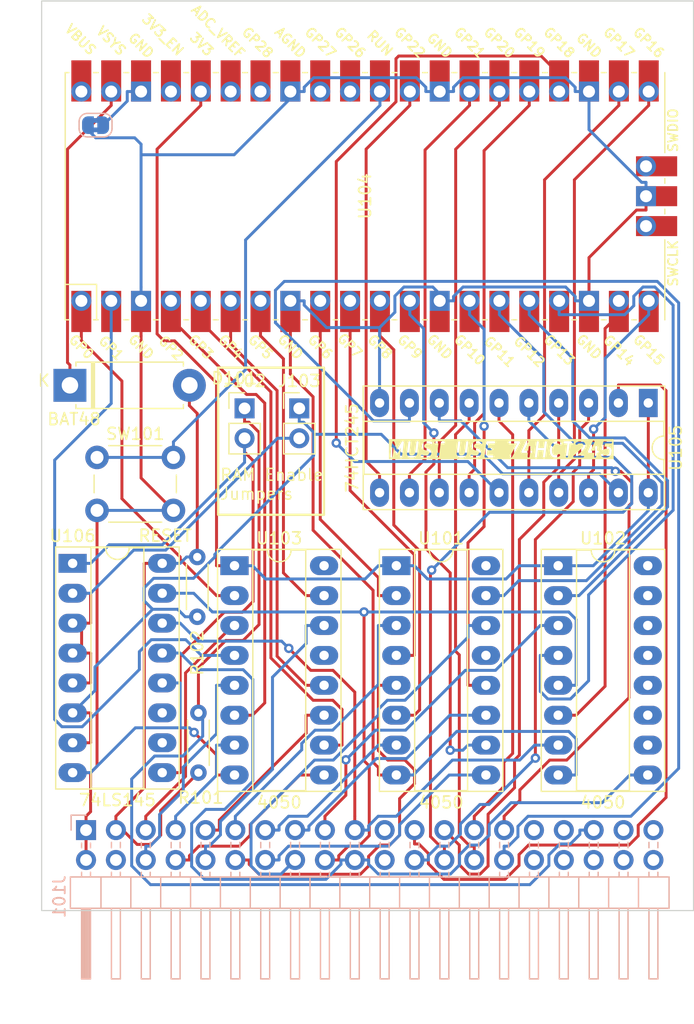
<source format=kicad_pcb>
(kicad_pcb (version 20221018) (generator pcbnew)
  (layers (0 "F.Cu" signal) (31 "B.Cu" signal) (34 "B.Paste" user) (35 "F.Paste" user) (36 "B.SilkS" user "B.Silkscreen") (37 "F.SilkS" user "F.Silkscreen") (38 "B.Mask" user) (39 "F.Mask" user) (44 "Edge.Cuts" user))
  (net 0 "")
  (net 1 "GND")
  (net 2 "Net-(SW101-A)")
  (net 3 "Net-(D101-K)")
  (net 4 "V5")
  (net 5 "HA0")
  (net 6 "HA1")
  (net 7 "HA2")
  (net 8 "HA3")
  (net 9 "HA4")
  (net 10 "HA5")
  (net 11 "HA6")
  (net 12 "HA7")
  (net 13 "HA8")
  (net 14 "HA9")
  (net 15 "HA10")
  (net 16 "HA11")
  (net 17 "HA12")
  (net 18 "HA13")
  (net 19 "HA14")
  (net 20 "HA15")
  (net 21 "HD0")
  (net 22 "HD1")
  (net 23 "HD2")
  (net 24 "HD4")
  (net 25 "HD5")
  (net 26 "HD6")
  (net 27 "HD7")
  (net 28 "R_OE")
  (net 29 "LA7")
  (net 30 "LA6")
  (net 31 "LA5")
  (net 32 "LA4")
  (net 33 "LA3")
  (net 34 "LA2")
  (net 35 "LA1")
  (net 36 "LA0")
  (net 37 "V3.3")
  (net 38 "LA8")
  (net 39 "LA9")
  (net 40 "LA10")
  (net 41 "LA11")
  (net 42 "LA12")
  (net 43 "LA13")
  (net 44 "LA14")
  (net 45 "LD0")
  (net 46 "LD1")
  (net 47 "LD2")
  (net 48 "LD3")
  (net 49 "LD4")
  (net 50 "LD5")
  (net 51 "LD6")
  (net 52 "LD7")
  (net 53 "HD3")
  (net 54 "LA15")
  (net 67 "DEN")
  (net 68 "Net-(J102-Pin_2)")
  (net 69 "Net-(J103-Pin_2)")
  (net 84 "Net-(JP101-A)")
  (footprint "Package_DIP:DIP-20_W7.62mm_Socket_LongPads" (layer "F.Cu") (at 100.165 131.175 -90)
    (fp_text reference "U105")
    (fp_text value "74HCT245")
  )
  (footprint "Button_Switch_THT:SW_PUSH_6mm" (layer "F.Cu") (at 53.275 135.8)
    (fp_text reference "SW101")
    (fp_text value "RESET")
  )
  (footprint "Package_DIP:DIP-16_W7.62mm_Socket_LongPads" (layer "F.Cu") (at 51.2 144.8)
    (fp_text reference "U106")
    (fp_text value "74LS145")
  )
  (footprint "Package_DIP:DIP-16_W7.62mm_Socket_LongPads" (layer "F.Cu") (at 78.7333 145)
    (fp_text reference "U101")
    (fp_text value "4050")
  )
  (footprint "Connector_PinHeader_2.54mm:PinHeader_1x02_P2.54mm_Vertical" (layer "F.Cu") (at 70.475 131.635)
    (fp_text reference "J103")
    (fp_text value "Conn_01x02_Pin")
  )
  (footprint "Resistor_THT:R_Axial_DIN0204_L3.6mm_D1.6mm_P5.08mm_Horizontal" (layer "F.Cu") (at 61.8 144.26 -90)
    (fp_text reference "R102")
    (fp_text value "1K")
  )
  (footprint "Resistor_THT:R_Axial_DIN0204_L3.6mm_D1.6mm_P5.08mm_Horizontal" (layer "F.Cu") (at 61.9 162.58 90)
    (fp_text reference "R101")
    (fp_text value "1K")
  )
  (footprint "Package_DIP:DIP-16_W7.62mm_Socket_LongPads" (layer "F.Cu") (at 92.5 145)
    (fp_text reference "U102")
    (fp_text value "4050")
  )
  (footprint "Package_DIP:DIP-16_W7.62mm_Socket_LongPads" (layer "F.Cu") (at 64.9667 145)
    (fp_text reference "U103")
    (fp_text value "4050")
  )
  (footprint "Connector_PinHeader_2.54mm:PinHeader_1x02_P2.54mm_Vertical" (layer "F.Cu") (at 65.825 131.635)
    (fp_text reference "J102")
    (fp_text value "Conn_01x02_Pin")
  )
  (footprint "RPi_Pico:RPi_Pico_SMD_TH" (layer "F.Cu") (at 76.07 113.61 90)
    (fp_text reference "U104")
    (fp_text value "Pico")
  )
  (footprint "Diode_THT:D_5W_P10.16mm_Horizontal" (layer "F.Cu") (at 50.97 129.675)
    (fp_text reference "D101")
    (fp_text value "BAT48")
  )
  (footprint "Connector_PinHeader_2.54mm:PinHeader_2x20_P2.54mm_Horizontal" (layer "B.Cu") (at 52.34 167.46 -90)
    (fp_text reference "J101")
    (fp_text value "PAL-1 Expansion Connector")
  )
  (footprint "Jumper:SolderJumper-2_P1.3mm_Bridged2Bar_RoundedPad1.0x1.5mm" (layer "B.Cu") (at 53.15 107.575 180)
    (fp_text reference "JP101" hide)
    (fp_text value "SolderJumper_2_Bridged" hide)
  )
  (gr_rect (start 63.575 128.175) (end 72.575 140.675) (stroke (width 0.2)) (fill none) (layer "F.SilkS"))
  (gr_rect (start 48.5648 97.028) (end 104.013 174.2948) (stroke (width 0.1)) (fill none) (layer "Edge.Cuts"))
  (gr_text "RAM Enable\nJumpers\n" (at 63.675 139.475) (layer "F.SilkS") (effects (font (size 1 1) (thickness 0.125)) (justify left bottom)))
  (segment (start 53.275 140.3) (end 53.275 162.0319) (width 0.25) (layer "F.Cu") (net 1))
  (segment (start 76.7545 147.0881) (end 76.7545 161.6971) (width 0.25) (layer "F.Cu") (net 1))
  (segment (start 53.275 162.0319) (end 52.7269 162.58) (width 0.25) (layer "F.Cu") (net 1))
  (segment (start 95.12 118.8278) (end 99.1609 114.7869) (width 0.25) (layer "F.Cu") (net 1))
  (segment (start 57.02 137.545) (end 57.02 125.4769) (width 0.25) (layer "F.Cu") (net 1))
  (segment (start 69.72 128.7177) (end 71.6519 130.6496) (width 0.25) (layer "F.Cu") (net 1))
  (segment (start 59.775 140.3) (end 57.02 137.545) (width 0.25) (layer "F.Cu") (net 1))
  (segment (start 99.97 113.61) (end 99.97 114.7869) (width 0.25) (layer "F.Cu") (net 1))
  (segment (start 71.6519 130.6496) (end 71.6519 141.9855) (width 0.25) (layer "F.Cu") (net 1))
  (segment (start 76.7545 161.6971) (end 77.2064 162.149) (width 0.25) (layer "F.Cu") (net 1))
  (segment (start 77.2064 162.149) (end 77.2064 162.78) (width 0.25) (layer "F.Cu") (net 1))
  (segment (start 57.02 122.5) (end 57.02 125.4769) (width 0.25) (layer "F.Cu") (net 1))
  (segment (start 95.12 122.5) (end 95.12 118.8278) (width 0.25) (layer "F.Cu") (net 1))
  (segment (start 78.7333 162.78) (end 77.2064 162.78) (width 0.25) (layer "F.Cu") (net 1))
  (segment (start 51.2 162.58) (end 52.7269 162.58) (width 0.25) (layer "F.Cu") (net 1))
  (segment (start 52.7269 165.8962) (end 52.7269 162.58) (width 0.25) (layer "F.Cu") (net 1))
  (segment (start 63.4398 162.78) (end 63.4398 161.0704) (width 0.25) (layer "F.Cu") (net 1))
  (segment (start 64.9667 162.78) (end 63.4398 162.78) (width 0.25) (layer "F.Cu") (net 1))
  (segment (start 52.34 167.46) (end 52.34 166.2831) (width 0.25) (layer "F.Cu") (net 1))
  (segment (start 99.1609 114.7869) (end 99.97 114.7869) (width 0.25) (layer "F.Cu") (net 1))
  (segment (start 52.34 166.2831) (end 52.7269 165.8962) (width 0.25) (layer "F.Cu") (net 1))
  (segment (start 63.4398 161.0704) (end 61.5313 159.1619) (width 0.25) (layer "F.Cu") (net 1))
  (segment (start 69.72 122.5) (end 69.72 128.7177) (width 0.25) (layer "F.Cu") (net 1))
  (segment (start 71.6519 141.9855) (end 76.7545 147.0881) (width 0.25) (layer "F.Cu") (net 1))
  (segment (start 52.34 170) (end 52.34 167.46) (width 0.25) (layer "F.Cu") (net 1))
  (via (at 61.5313 159.1619) (size 0.8) (drill 0.4) (layers "F.Cu" "B.Cu") (net 1))
  (segment (start 57.02 110.0893) (end 57.02 121.3231) (width 0.25) (layer "B.Cu") (net 1))
  (segment (start 56.4784 108.65) (end 53.16538 108.65) (width 0.25) (layer "B.Cu") (net 1))
  (segment (start 52.5 107.98462) (end 52.5 107.575) (width 0.25) (layer "B.Cu") (net 1))
  (segment (start 93.4014 159.0785) (end 94.0269 159.704) (width 0.25) (layer "B.Cu") (net 1))
  (segment (start 77.305 124.7719) (end 77.305 129.6481) (width 0.25) (layer "B.Cu") (net 1))
  (segment (start 57.02 109.1916) (end 56.4784 108.65) (width 0.25) (layer "B.Cu") (net 1))
  (segment (start 52.7269 162.58) (end 56.5369 158.77) (width 0.25) (layer "B.Cu") (net 1))
  (segment (start 82.42 122.5) (end 83.0085 122.5) (width 0.25) (layer "B.Cu") (net 1))
  (segment (start 56.5369 158.77) (end 60.3469 158.77) (width 0.25) (layer "B.Cu") (net 1))
  (segment (start 93.9431 104.3521) (end 93.9431 104.72) (width 0.25) (layer "B.Cu") (net 1))
  (segment (start 77.305 131.175) (end 77.305 129.6481) (width 0.25) (layer "B.Cu") (net 1))
  (segment (start 58.82 154.96) (end 60.3469 154.96) (width 0.25) (layer "B.Cu") (net 1))
  (segment (start 81.8316 121.3231) (end 83.0085 122.5) (width 0.25) (layer "B.Cu") (net 1))
  (segment (start 93.9431 122.1322) (end 93.134 121.3231) (width 0.25) (layer "B.Cu") (net 1))
  (segment (start 92.5 162.78) (end 94.0269 162.78) (width 0.25) (layer "B.Cu") (net 1))
  (segment (start 72.801 124.7719) (end 77.305 124.7719) (width 0.25) (layer "B.Cu") (net 1))
  (segment (start 80.2602 162.78) (end 80.2602 162.6945) (width 0.25) (layer "B.Cu") (net 1))
  (segment (start 70.8969 104.72) (end 70.8969 104.3522) (width 0.25) (layer "B.Cu") (net 1))
  (segment (start 83.0085 122.5) (end 83.5969 122.5) (width 0.25) (layer "B.Cu") (net 1))
  (segment (start 84.406 103.5431) (end 93.1341 103.5431) (width 0.25) (layer "B.Cu") (net 1))
  (segment (start 59.775 140.3) (end 53.275 140.3) (width 0.25) (layer "B.Cu") (net 1))
  (segment (start 83.5969 122.1321) (end 83.5969 122.5) (width 0.25) (layer "B.Cu") (net 1))
  (segment (start 83.5969 104.3522) (end 84.406 103.5431) (width 0.25) (layer "B.Cu") (net 1))
  (segment (start 57.02 110.0893) (end 57.02 109.1916) (width 0.25) (layer "B.Cu") (net 1))
  (segment (start 84.4059 121.3231) (end 83.5969 122.1321) (width 0.25) (layer "B.Cu") (net 1))
  (segment (start 80.4341 103.5431) (end 81.2431 104.3521) (width 0.25) (layer "B.Cu") (net 1))
  (segment (start 69.72 122.5) (end 70.8969 122.5) (width 0.25) (layer "B.Cu") (net 1))
  (segment (start 94.0269 159.704) (end 94.0269 162.78) (width 0.25) (layer "B.Cu") (net 1))
  (segment (start 70.8969 122.5) (end 70.8969 122.8678) (width 0.25) (layer "B.Cu") (net 1))
  (segment (start 93.134 121.3231) (end 84.4059 121.3231) (width 0.25) (layer "B.Cu") (net 1))
  (segment (start 99.6022 112.4331) (end 99.97 112.4331) (width 0.25) (layer "B.Cu") (net 1))
  (segment (start 95.12 122.5) (end 93.9431 122.5) (width 0.25) (layer "B.Cu") (net 1))
  (segment (start 95.12 107.9509) (end 99.6022 112.4331) (width 0.25) (layer "B.Cu") (net 1))
  (segment (start 82.42 104.72) (end 83.5969 104.72) (width 0.25) (layer "B.Cu") (net 1))
  (segment (start 81.2431 104.3521) (end 81.2431 104.72) (width 0.25) (layer "B.Cu") (net 1))
  (segment (start 70.8969 104.3522) (end 71.706 103.5431) (width 0.25) (layer "B.Cu") (net 1))
  (segment (start 60.3469 158.77) (end 61.1394 158.77) (width 0.25) (layer "B.Cu") (net 1))
  (segment (start 80.2602 162.6945) (end 83.8762 159.0785) (width 0.25) (layer "B.Cu") (net 1))
  (segment (start 99.97 113.61) (end 99.97 112.4331) (width 0.25) (layer "B.Cu") (net 1))
  (segment (start 78.61 123.4669) (end 78.61 122.091) (width 0.25) (layer "B.Cu") (net 1))
  (segment (start 70.3085 104.72) (end 64.9392 110.0893) (width 0.25) (layer "B.Cu") (net 1))
  (segment (start 64.9392 110.0893) (end 57.02 110.0893) (width 0.25) (layer "B.Cu") (net 1))
  (segment (start 61.1394 158.77) (end 61.5313 159.1619) (width 0.25) (layer "B.Cu") (net 1))
  (segment (start 83.8762 159.0785) (end 93.4014 159.0785) (width 0.25) (layer "B.Cu") (net 1))
  (segment (start 70.8969 122.8678) (end 72.801 124.7719) (width 0.25) (layer "B.Cu") (net 1))
  (segment (start 95.12 104.72) (end 93.9431 104.72) (width 0.25) (layer "B.Cu") (net 1))
  (segment (start 93.9431 122.5) (end 93.9431 122.1322) (width 0.25) (layer "B.Cu") (net 1))
  (segment (start 78.7333 162.78) (end 80.2602 162.78) (width 0.25) (layer "B.Cu") (net 1))
  (segment (start 69.72 104.72) (end 70.3085 104.72) (width 0.25) (layer "B.Cu") (net 1))
  (segment (start 57.02 122.5) (end 57.02 121.3231) (width 0.25) (layer "B.Cu") (net 1))
  (segment (start 83.5969 104.72) (end 83.5969 104.3522) (width 0.25) (layer "B.Cu") (net 1))
  (segment (start 93.1341 103.5431) (end 93.9431 104.3521) (width 0.25) (layer "B.Cu") (net 1))
  (segment (start 51.2 162.58) (end 52.7269 162.58) (width 0.25) (layer "B.Cu") (net 1))
  (segment (start 82.42 104.72) (end 81.2431 104.72) (width 0.25) (layer "B.Cu") (net 1))
  (segment (start 71.706 103.5431) (end 80.4341 103.5431) (width 0.25) (layer "B.Cu") (net 1))
  (segment (start 53.16538 108.65) (end 52.5 107.98462) (width 0.25) (layer "B.Cu") (net 1))
  (segment (start 95.12 104.72) (end 95.12 107.9509) (width 0.25) (layer "B.Cu") (net 1))
  (segment (start 60.3469 158.77) (end 60.3469 154.96) (width 0.25) (layer "B.Cu") (net 1))
  (segment (start 78.61 122.091) (end 79.3779 121.3231) (width 0.25) (layer "B.Cu") (net 1))
  (segment (start 77.305 124.7719) (end 78.61 123.4669) (width 0.25) (layer "B.Cu") (net 1))
  (segment (start 79.3779 121.3231) (end 81.8316 121.3231) (width 0.25) (layer "B.Cu") (net 1))
  (segment (start 70.3085 104.72) (end 70.8969 104.72) (width 0.25) (layer "B.Cu") (net 1))
  (segment (start 59.775 135.8) (end 53.275 135.8) (width 0.25) (layer "B.Cu") (net 2))
  (segment (start 59.775 134.4758) (end 65.91 128.3408) (width 0.25) (layer "B.Cu") (net 2))
  (segment (start 65.91 128.3408) (end 65.91 117.3269) (width 0.25) (layer "B.Cu") (net 2))
  (segment (start 59.775 135.8) (end 59.775 134.4758) (width 0.25) (layer "B.Cu") (net 2))
  (segment (start 65.91 117.3269) (end 77.34 105.8969) (width 0.25) (layer "B.Cu") (net 2))
  (segment (start 77.34 104.72) (end 77.34 105.8969) (width 0.25) (layer "B.Cu") (net 2))
  (segment (start 50.97 129.675) (end 50.97 127.9481) (width 0.25) (layer "F.Cu") (net 3))
  (segment (start 50.97 127.9481) (end 50.7631 127.7412) (width 0.25) (layer "F.Cu") (net 3))
  (segment (start 54.48 104.72) (end 54.48 105.8969) (width 0.25) (layer "F.Cu") (net 3))
  (segment (start 50.7631 109.6138) (end 54.48 105.8969) (width 0.25) (layer "F.Cu") (net 3))
  (segment (start 50.7631 127.7412) (end 50.7631 109.6138) (width 0.25) (layer "F.Cu") (net 3))
  (segment (start 56.6861 168.6776) (end 57.9033 168.6776) (width 0.25) (layer "F.Cu") (net 4))
  (segment (start 58.69 167.8909) (end 58.69 165.79) (width 0.25) (layer "F.Cu") (net 4))
  (segment (start 58.69 165.79) (end 61.9 162.58) (width 0.25) (layer "F.Cu") (net 4))
  (segment (start 54.88 167.46) (end 54.88 166.8715) (width 0.25) (layer "F.Cu") (net 4))
  (segment (start 61.13 129.675) (end 61.13 131.4019) (width 0.25) (layer "F.Cu") (net 4))
  (segment (start 57.9033 168.6776) (end 58.69 167.8909) (width 0.25) (layer "F.Cu") (net 4))
  (segment (start 57.2931 163.87) (end 54.88 166.2831) (width 0.25) (layer "F.Cu") (net 4))
  (segment (start 61.8 132.0719) (end 61.13 131.4019) (width 0.25) (layer "F.Cu") (net 4))
  (segment (start 58.82 144.8) (end 57.2931 144.8) (width 0.25) (layer "F.Cu") (net 4))
  (segment (start 54.88 166.8715) (end 56.6861 168.6776) (width 0.25) (layer "F.Cu") (net 4))
  (segment (start 61.8 144.26) (end 61.8 132.0719) (width 0.25) (layer "F.Cu") (net 4))
  (segment (start 57.2931 144.8) (end 57.2931 163.87) (width 0.25) (layer "F.Cu") (net 4))
  (segment (start 54.88 166.8715) (end 54.88 166.2831) (width 0.25) (layer "F.Cu") (net 4))
  (segment (start 60.8869 144.26) (end 60.3469 144.8) (width 0.25) (layer "B.Cu") (net 4))
  (segment (start 61.8 144.26) (end 60.8869 144.26) (width 0.25) (layer "B.Cu") (net 4))
  (segment (start 58.82 144.8) (end 60.3469 144.8) (width 0.25) (layer "B.Cu") (net 4))
  (segment (start 60.8044 154.1072) (end 60.8044 162.8987) (width 0.25) (layer "F.Cu") (net 5))
  (segment (start 64.8316 150.08) (end 60.8044 154.1072) (width 0.25) (layer "F.Cu") (net 5))
  (segment (start 64.9667 150.08) (end 64.8316 150.08) (width 0.25) (layer "F.Cu") (net 5))
  (segment (start 60.8044 162.8987) (end 57.42 166.2831) (width 0.25) (layer "F.Cu") (net 5))
  (segment (start 57.42 167.46) (end 57.42 166.2831) (width 0.25) (layer "F.Cu") (net 5))
  (segment (start 58.5969 168.0141) (end 58.5969 166.1273) (width 0.25) (layer "B.Cu") (net 6))
  (segment (start 60.61 164.1142) (end 60.61 162.1053) (width 0.25) (layer "B.Cu") (net 6))
  (segment (start 60.61 162.1053) (end 63.4398 159.2755) (width 0.25) (layer "B.Cu") (net 6))
  (segment (start 64.9667 155.16) (end 63.4398 155.16) (width 0.25) (layer "B.Cu") (net 6))
  (segment (start 58.5969 166.1273) (end 60.61 164.1142) (width 0.25) (layer "B.Cu") (net 6))
  (segment (start 57.7879 168.8231) (end 58.5969 168.0141) (width 0.25) (layer "B.Cu") (net 6))
  (segment (start 63.4398 159.2755) (end 63.4398 155.16) (width 0.25) (layer "B.Cu") (net 6))
  (segment (start 57.42 170) (end 57.42 168.8231) (width 0.25) (layer "B.Cu") (net 6))
  (segment (start 57.42 168.8231) (end 57.7879 168.8231) (width 0.25) (layer "B.Cu") (net 6))
  (segment (start 63.4398 162.8033) (end 63.4398 160.24) (width 0.25) (layer "B.Cu") (net 7))
  (segment (start 59.96 166.2831) (end 63.4398 162.8033) (width 0.25) (layer "B.Cu") (net 7))
  (segment (start 59.96 167.46) (end 59.96 166.2831) (width 0.25) (layer "B.Cu") (net 7))
  (segment (start 64.9667 160.24) (end 63.4398 160.24) (width 0.25) (layer "B.Cu") (net 7))
  (segment (start 65.3778 168.8231) (end 66.31 167.8909) (width 0.25) (layer "F.Cu") (net 8))
  (segment (start 61.1369 169.6321) (end 61.9459 168.8231) (width 0.25) (layer "F.Cu") (net 8))
  (segment (start 66.31 166.9874) (end 70.5174 162.78) (width 0.25) (layer "F.Cu") (net 8))
  (segment (start 59.96 170) (end 61.1369 170) (width 0.25) (layer "F.Cu") (net 8))
  (segment (start 61.1369 170) (end 61.1369 169.6321) (width 0.25) (layer "F.Cu") (net 8))
  (segment (start 66.31 167.8909) (end 66.31 166.9874) (width 0.25) (layer "F.Cu") (net 8))
  (segment (start 70.5174 162.78) (end 72.5867 162.78) (width 0.25) (layer "F.Cu") (net 8))
  (segment (start 61.9459 168.8231) (end 65.3778 168.8231) (width 0.25) (layer "F.Cu") (net 8))
  (segment (start 71.0598 159.2269) (end 71.0598 157.7) (width 0.25) (layer "F.Cu") (net 9))
  (segment (start 63.6769 166.6098) (end 71.0598 159.2269) (width 0.25) (layer "F.Cu") (net 9))
  (segment (start 63.6769 167.46) (end 63.6769 166.6098) (width 0.25) (layer "F.Cu") (net 9))
  (segment (start 72.5867 157.7) (end 71.0598 157.7) (width 0.25) (layer "F.Cu") (net 9))
  (segment (start 62.5 167.46) (end 63.6769 167.46) (width 0.25) (layer "F.Cu") (net 9))
  (segment (start 62.8157 168.8231) (end 62.5 168.8231) (width 0.25) (layer "B.Cu") (net 10))
  (segment (start 68.1988 162.296) (end 63.77 166.7248) (width 0.25) (layer "B.Cu") (net 10))
  (segment (start 63.77 167.8688) (end 62.8157 168.8231) (width 0.25) (layer "B.Cu") (net 10))
  (segment (start 62.5 170) (end 62.5 168.8231) (width 0.25) (layer "B.Cu") (net 10))
  (segment (start 68.1988 154.4679) (end 68.1988 162.296) (width 0.25) (layer "B.Cu") (net 10))
  (segment (start 72.5867 150.08) (end 71.0598 150.08) (width 0.25) (layer "B.Cu") (net 10))
  (segment (start 63.77 166.7248) (end 63.77 167.8688) (width 0.25) (layer "B.Cu") (net 10))
  (segment (start 71.0598 150.08) (end 71.0598 151.6069) (width 0.25) (layer "B.Cu") (net 10))
  (segment (start 71.0598 151.6069) (end 68.1988 154.4679) (width 0.25) (layer "B.Cu") (net 10))
  (segment (start 78.7333 150.08) (end 77.2064 150.08) (width 0.25) (layer "B.Cu") (net 11))
  (segment (start 65.04 166.2831) (end 70.6884 160.6347) (width 0.25) (layer "B.Cu") (net 11))
  (segment (start 73.3165 158.97) (end 77.2064 155.0801) (width 0.25) (layer "B.Cu") (net 11))
  (segment (start 71.8165 158.97) (end 73.3165 158.97) (width 0.25) (layer "B.Cu") (net 11))
  (segment (start 70.6884 160.0981) (end 71.8165 158.97) (width 0.25) (layer "B.Cu") (net 11))
  (segment (start 77.2064 155.0801) (end 77.2064 150.08) (width 0.25) (layer "B.Cu") (net 11))
  (segment (start 70.6884 160.6347) (end 70.6884 160.0981) (width 0.25) (layer "B.Cu") (net 11))
  (segment (start 65.04 167.46) (end 65.04 166.2831) (width 0.25) (layer "B.Cu") (net 11))
  (segment (start 78.7333 155.16) (end 77.2064 155.16) (width 0.25) (layer "F.Cu") (net 12))
  (segment (start 67.0579 171.2088) (end 75.6719 171.2088) (width 0.25) (layer "F.Cu") (net 12))
  (segment (start 79.01 164.7855) (end 80.2751 163.5204) (width 0.25) (layer "F.Cu") (net 12))
  (segment (start 75.6719 171.2088) (end 76.3769 170.5038) (width 0.25) (layer "F.Cu") (net 12))
  (segment (start 80.2751 162.3268) (end 79.4583 161.51) (width 0.25) (layer "F.Cu") (net 12))
  (segment (start 65.04 170) (end 66.2169 170) (width 0.25) (layer "F.Cu") (net 12))
  (segment (start 79.01 167.8909) (end 79.01 164.7855) (width 0.25) (layer "F.Cu") (net 12))
  (segment (start 79.4583 161.51) (end 78.0069 161.51) (width 0.25) (layer "F.Cu") (net 12))
  (segment (start 80.2751 163.5204) (end 80.2751 162.3268) (width 0.25) (layer "F.Cu") (net 12))
  (segment (start 66.2169 170) (end 66.2169 170.3678) (width 0.25) (layer "F.Cu") (net 12))
  (segment (start 76.3769 169.6841) (end 77.331 168.73) (width 0.25) (layer "F.Cu") (net 12))
  (segment (start 78.1709 168.73) (end 79.01 167.8909) (width 0.25) (layer "F.Cu") (net 12))
  (segment (start 66.2169 170.3678) (end 67.0579 171.2088) (width 0.25) (layer "F.Cu") (net 12))
  (segment (start 77.2064 160.7095) (end 77.2064 155.16) (width 0.25) (layer "F.Cu") (net 12))
  (segment (start 77.331 168.73) (end 78.1709 168.73) (width 0.25) (layer "F.Cu") (net 12))
  (segment (start 78.0069 161.51) (end 77.2064 160.7095) (width 0.25) (layer "F.Cu") (net 12))
  (segment (start 76.3769 170.5038) (end 76.3769 169.6841) (width 0.25) (layer "F.Cu") (net 12))
  (segment (start 78.7333 160.24) (end 77.2064 160.24) (width 0.25) (layer "B.Cu") (net 13))
  (segment (start 67.58 167.46) (end 68.7569 167.46) (width 0.25) (layer "B.Cu") (net 13))
  (segment (start 68.7569 167.0921) (end 68.7569 167.46) (width 0.25) (layer "B.Cu") (net 13))
  (segment (start 71.1633 166.2831) (end 69.5659 166.2831) (width 0.25) (layer "B.Cu") (net 13))
  (segment (start 77.2064 160.24) (end 71.1633 166.2831) (width 0.25) (layer "B.Cu") (net 13))
  (segment (start 69.5659 166.2831) (end 68.7569 167.0921) (width 0.25) (layer "B.Cu") (net 13))
  (segment (start 79.01 166.9974) (end 83.2274 162.78) (width 0.25) (layer "B.Cu") (net 14))
  (segment (start 79.01 167.8909) (end 79.01 166.9974) (width 0.25) (layer "B.Cu") (net 14))
  (segment (start 67.58 170) (end 68.7569 170) (width 0.25) (layer "B.Cu") (net 14))
  (segment (start 68.7569 169.6321) (end 69.5659 168.8231) (width 0.25) (layer "B.Cu") (net 14))
  (segment (start 69.5659 168.8231) (end 78.0778 168.8231) (width 0.25) (layer "B.Cu") (net 14))
  (segment (start 78.0778 168.8231) (end 79.01 167.8909) (width 0.25) (layer "B.Cu") (net 14))
  (segment (start 86.3533 162.78) (end 84.8264 162.78) (width 0.25) (layer "B.Cu") (net 14))
  (segment (start 68.7569 170) (end 68.7569 169.6321) (width 0.25) (layer "B.Cu") (net 14))
  (segment (start 83.2274 162.78) (end 84.8264 162.78) (width 0.25) (layer "B.Cu") (net 14))
  (segment (start 79.6032 161.3808) (end 77.0393 161.3808) (width 0.25) (layer "B.Cu") (net 15))
  (segment (start 84.8264 157.7) (end 83.284 157.7) (width 0.25) (layer "B.Cu") (net 15))
  (segment (start 70.12 167.46) (end 71.2969 167.46) (width 0.25) (layer "B.Cu") (net 15))
  (segment (start 71.2969 167.1232) (end 71.2969 167.46) (width 0.25) (layer "B.Cu") (net 15))
  (segment (start 86.3533 157.7) (end 84.8264 157.7) (width 0.25) (layer "B.Cu") (net 15))
  (segment (start 77.0393 161.3808) (end 71.2969 167.1232) (width 0.25) (layer "B.Cu") (net 15))
  (segment (start 83.284 157.7) (end 79.6032 161.3808) (width 0.25) (layer "B.Cu") (net 15))
  (segment (start 71.7759 161.51) (end 73.3743 161.51) (width 0.25) (layer "B.Cu") (net 16))
  (segment (start 84.8264 151.0769) (end 84.8264 150.08) (width 0.25) (layer "B.Cu") (net 16))
  (segment (start 86.3533 150.08) (end 84.8264 150.08) (width 0.25) (layer "B.Cu") (net 16))
  (segment (start 79.4733 156.43) (end 84.8264 151.0769) (width 0.25) (layer "B.Cu") (net 16))
  (segment (start 77.2064 157.1882) (end 77.9646 156.43) (width 0.25) (layer "B.Cu") (net 16))
  (segment (start 67.0637 171.1908) (end 66.3757 170.5028) (width 0.25) (layer "B.Cu") (net 16))
  (segment (start 66.3757 170.5028) (end 66.3757 166.9102) (width 0.25) (layer "B.Cu") (net 16))
  (segment (start 66.3757 166.9102) (end 71.7759 161.51) (width 0.25) (layer "B.Cu") (net 16))
  (segment (start 70.12 170) (end 68.9292 171.1908) (width 0.25) (layer "B.Cu") (net 16))
  (segment (start 77.9646 156.43) (end 79.4733 156.43) (width 0.25) (layer "B.Cu") (net 16))
  (segment (start 68.9292 171.1908) (end 67.0637 171.1908) (width 0.25) (layer "B.Cu") (net 16))
  (segment (start 77.2064 157.6779) (end 77.2064 157.1882) (width 0.25) (layer "B.Cu") (net 16))
  (segment (start 73.3743 161.51) (end 77.2064 157.6779) (width 0.25) (layer "B.Cu") (net 16))
  (segment (start 72.66 167.46) (end 72.66 166.2831) (width 0.25) (layer "F.Cu") (net 17))
  (segment (start 74.4409 164.5022) (end 72.66 166.2831) (width 0.25) (layer "F.Cu") (net 17))
  (segment (start 74.4409 161.4887) (end 74.4409 164.5022) (width 0.25) (layer "F.Cu") (net 17))
  (via (at 74.4409 161.4887) (size 0.8) (drill 0.4) (layers "F.Cu" "B.Cu") (net 17))
  (segment (start 90.9731 150.08) (end 87.1631 153.89) (width 0.25) (layer "B.Cu") (net 17))
  (segment (start 76.9596 158.97) (end 74.4409 161.4887) (width 0.25) (layer "B.Cu") (net 17))
  (segment (start 87.1631 153.89) (end 84.5994 153.89) (width 0.25) (layer "B.Cu") (net 17))
  (segment (start 92.5 150.08) (end 90.9731 150.08) (width 0.25) (layer "B.Cu") (net 17))
  (segment (start 84.5994 153.89) (end 79.5194 158.97) (width 0.25) (layer "B.Cu") (net 17))
  (segment (start 79.5194 158.97) (end 76.9596 158.97) (width 0.25) (layer "B.Cu") (net 17))
  (segment (start 72.66 170) (end 73.8369 170) (width 0.25) (layer "F.Cu") (net 18))
  (segment (start 75.5378 168.8231) (end 76.4292 167.9317) (width 0.25) (layer "F.Cu") (net 18))
  (segment (start 76.4292 167.9317) (end 76.4292 162.011) (width 0.25) (layer "F.Cu") (net 18))
  (segment (start 74.6459 168.8231) (end 75.5378 168.8231) (width 0.25) (layer "F.Cu") (net 18))
  (segment (start 73.8369 169.6321) (end 74.6459 168.8231) (width 0.25) (layer "F.Cu") (net 18))
  (segment (start 76.4292 162.011) (end 75.9853 161.5671) (width 0.25) (layer "F.Cu") (net 18))
  (segment (start 73.8369 170) (end 73.8369 169.6321) (width 0.25) (layer "F.Cu") (net 18))
  (segment (start 75.9853 161.5671) (end 75.9853 148.93) (width 0.25) (layer "F.Cu") (net 18))
  (via (at 75.9853 148.93) (size 0.8) (drill 0.4) (layers "F.Cu" "B.Cu") (net 18))
  (segment (start 75.9853 148.93) (end 63.09 148.93) (width 0.25) (layer "B.Cu") (net 18))
  (segment (start 93.3913 148.93) (end 75.9853 148.93) (width 0.25) (layer "B.Cu") (net 18))
  (segment (start 94.0269 155.16) (end 94.0269 149.5656) (width 0.25) (layer "B.Cu") (net 18))
  (segment (start 94.0269 149.5656) (end 93.3913 148.93) (width 0.25) (layer "B.Cu") (net 18))
  (segment (start 61.5 147.34) (end 58.82 147.34) (width 0.25) (layer "B.Cu") (net 18))
  (segment (start 63.09 148.93) (end 61.5 147.34) (width 0.25) (layer "B.Cu") (net 18))
  (segment (start 92.5 155.16) (end 94.0269 155.16) (width 0.25) (layer "B.Cu") (net 18))
  (segment (start 75.2 166.2831) (end 75.2 155.7416) (width 0.25) (layer "F.Cu") (net 19))
  (segment (start 71.4572 153.89) (end 69.5866 152.0194) (width 0.25) (layer "F.Cu") (net 19))
  (segment (start 73.3484 153.89) (end 71.4572 153.89) (width 0.25) (layer "F.Cu") (net 19))
  (segment (start 75.2 167.46) (end 75.2 166.2831) (width 0.25) (layer "F.Cu") (net 19))
  (segment (start 75.2 155.7416) (end 73.3484 153.89) (width 0.25) (layer "F.Cu") (net 19))
  (via (at 69.5866 152.0194) (size 0.8) (drill 0.4) (layers "F.Cu" "B.Cu") (net 19))
  (segment (start 89.2263 161.51) (end 90.4963 160.24) (width 0.25) (layer "B.Cu") (net 19))
  (segment (start 76.3769 167.0921) (end 77.1859 166.2831) (width 0.25) (layer "B.Cu") (net 19))
  (segment (start 76.3769 167.46) (end 76.3769 167.0921) (width 0.25) (layer "B.Cu") (net 19))
  (segment (start 58.82 149.88) (end 60.3469 149.88) (width 0.25) (layer "B.Cu") (net 19))
  (segment (start 75.2 167.46) (end 76.3769 167.46) (width 0.25) (layer "B.Cu") (net 19))
  (segment (start 78.7302 166.2831) (end 83.5033 161.51) (width 0.25) (layer "B.Cu") (net 19))
  (segment (start 90.4963 160.24) (end 92.5 160.24) (width 0.25) (layer "B.Cu") (net 19))
  (segment (start 60.3469 149.88) (end 61.8738 151.4069) (width 0.25) (layer "B.Cu") (net 19))
  (segment (start 68.9741 151.4069) (end 69.5866 152.0194) (width 0.25) (layer "B.Cu") (net 19))
  (segment (start 77.1859 166.2831) (end 78.7302 166.2831) (width 0.25) (layer "B.Cu") (net 19))
  (segment (start 61.8738 151.4069) (end 68.9741 151.4069) (width 0.25) (layer "B.Cu") (net 19))
  (segment (start 83.5033 161.51) (end 89.2263 161.51) (width 0.25) (layer "B.Cu") (net 19))
  (segment (start 61.3223 166.9044) (end 61.3223 170.5413) (width 0.25) (layer "B.Cu") (net 20))
  (segment (start 83.3395 171.1876) (end 84.1078 170.4193) (width 0.25) (layer "B.Cu") (net 20))
  (segment (start 88.4866 165.1308) (end 96.2423 165.1308) (width 0.25) (layer "B.Cu") (net 20))
  (segment (start 58.82 152.42) (end 60.3469 152.42) (width 0.25) (layer "B.Cu") (net 20))
  (segment (start 72.7462 171.6427) (end 74.0231 170.3658) (width 0.25) (layer "B.Cu") (net 20))
  (segment (start 75.2 170) (end 76.3769 170) (width 0.25) (layer "B.Cu") (net 20))
  (segment (start 86.63 166.9874) (end 88.4866 165.1308) (width 0.25) (layer "B.Cu") (net 20))
  (segment (start 86.63 167.8909) (end 86.63 166.9874) (width 0.25) (layer "B.Cu") (net 20))
  (segment (start 61.3223 170.5413) (end 62.4237 171.6427) (width 0.25) (layer "B.Cu") (net 20))
  (segment (start 62.4237 171.6427) (end 72.7462 171.6427) (width 0.25) (layer "B.Cu") (net 20))
  (segment (start 84.1078 170.4193) (end 84.1078 169.5602) (width 0.25) (layer "B.Cu") (net 20))
  (segment (start 61.7603 153.8334) (end 65.7052 153.8334) (width 0.25) (layer "B.Cu") (net 20))
  (segment (start 100.12 162.78) (end 98.5931 162.78) (width 0.25) (layer "B.Cu") (net 20))
  (segment (start 65.7052 153.8334) (end 66.5228 154.651) (width 0.25) (layer "B.Cu") (net 20))
  (segment (start 60.3469 152.42) (end 61.7603 153.8334) (width 0.25) (layer "B.Cu") (net 20))
  (segment (start 62.5276 165.6991) (end 61.3223 166.9044) (width 0.25) (layer "B.Cu") (net 20))
  (segment (start 85.7909 168.73) (end 86.63 167.8909) (width 0.25) (layer "B.Cu") (net 20))
  (segment (start 75.2 170) (end 74.0231 170) (width 0.25) (layer "B.Cu") (net 20))
  (segment (start 96.2423 165.1308) (end 98.5931 162.78) (width 0.25) (layer "B.Cu") (net 20))
  (segment (start 66.5228 154.651) (end 66.5228 163.3118) (width 0.25) (layer "B.Cu") (net 20))
  (segment (start 66.5228 163.3118) (end 64.1355 165.6991) (width 0.25) (layer "B.Cu") (net 20))
  (segment (start 77.1967 171.1876) (end 83.3395 171.1876) (width 0.25) (layer "B.Cu") (net 20))
  (segment (start 76.3769 170) (end 76.3769 170.3678) (width 0.25) (layer "B.Cu") (net 20))
  (segment (start 76.3769 170.3678) (end 77.1967 171.1876) (width 0.25) (layer "B.Cu") (net 20))
  (segment (start 84.1078 169.5602) (end 84.938 168.73) (width 0.25) (layer "B.Cu") (net 20))
  (segment (start 74.0231 170.3658) (end 74.0231 170) (width 0.25) (layer "B.Cu") (net 20))
  (segment (start 84.938 168.73) (end 85.7909 168.73) (width 0.25) (layer "B.Cu") (net 20))
  (segment (start 64.1355 165.6991) (end 62.5276 165.6991) (width 0.25) (layer "B.Cu") (net 20))
  (segment (start 80.28 167.46) (end 80.28 168.6369) (width 0.25) (layer "F.Cu") (net 21))
  (segment (start 99.303 167.9529) (end 99.303 167.0551) (width 0.25) (layer "F.Cu") (net 21))
  (segment (start 89.17 170.4552) (end 89.17 169.538) (width 0.25) (layer "F.Cu") (net 21))
  (segment (start 81.4569 170.3181) (end 82.7857 171.6469) (width 0.25) (layer "F.Cu") (net 21))
  (segment (start 101.192 129.6481) (end 97.625 129.6481) (width 0.25) (layer "F.Cu") (net 21))
  (segment (start 80.28 168.6369) (end 80.6479 168.6369) (width 0.25) (layer "F.Cu") (net 21))
  (segment (start 89.17 169.538) (end 89.978 168.73) (width 0.25) (layer "F.Cu") (net 21))
  (segment (start 89.978 168.73) (end 98.5259 168.73) (width 0.25) (layer "F.Cu") (net 21))
  (segment (start 97.625 131.175) (end 97.625 129.6481) (width 0.25) (layer "F.Cu") (net 21))
  (segment (start 99.303 167.0551) (end 101.6759 164.6822) (width 0.25) (layer "F.Cu") (net 21))
  (segment (start 101.6759 130.132) (end 101.192 129.6481) (width 0.25) (layer "F.Cu") (net 21))
  (segment (start 101.6759 164.6822) (end 101.6759 130.132) (width 0.25) (layer "F.Cu") (net 21))
  (segment (start 82.7857 171.6469) (end 87.9783 171.6469) (width 0.25) (layer "F.Cu") (net 21))
  (segment (start 87.9783 171.6469) (end 89.17 170.4552) (width 0.25) (layer "F.Cu") (net 21))
  (segment (start 80.6479 168.6369) (end 81.4569 169.4459) (width 0.25) (layer "F.Cu") (net 21))
  (segment (start 81.4569 169.4459) (end 81.4569 170.3181) (width 0.25) (layer "F.Cu") (net 21))
  (segment (start 98.5259 168.73) (end 99.303 167.9529) (width 0.25) (layer "F.Cu") (net 21))
  (segment (start 93.7751 137.057) (end 93.7751 139.5586) (width 0.25) (layer "F.Cu") (net 22))
  (segment (start 95.085 132.7019) (end 94.3303 133.4566) (width 0.25) (layer "F.Cu") (net 22))
  (segment (start 95.085 131.175) (end 95.085 132.7019) (width 0.25) (layer "F.Cu") (net 22))
  (segment (start 94.3303 133.4566) (end 94.3303 136.5018) (width 0.25) (layer "F.Cu") (net 22))
  (segment (start 90.5589 142.7748) (end 90.5589 161.3457) (width 0.25) (layer "F.Cu") (net 22))
  (segment (start 94.3303 136.5018) (end 93.7751 137.057) (width 0.25) (layer "F.Cu") (net 22))
  (segment (start 93.7751 139.5586) (end 90.5589 142.7748) (width 0.25) (layer "F.Cu") (net 22))
  (via (at 90.5589 161.3457) (size 0.8) (drill 0.4) (layers "F.Cu" "B.Cu") (net 22))
  (segment (start 81.4569 170) (end 81.4569 169.6321) (width 0.25) (layer "B.Cu") (net 22))
  (segment (start 80.28 170) (end 81.4569 170) (width 0.25) (layer "B.Cu") (net 22))
  (segment (start 86.6213 165.2833) (end 90.5589 161.3457) (width 0.25) (layer "B.Cu") (net 22))
  (segment (start 84.1831 167.7978) (end 84.1831 166.9418) (width 0.25) (layer "B.Cu") (net 22))
  (segment (start 84.1831 166.9418) (end 85.8416 165.2833) (width 0.25) (layer "B.Cu") (net 22))
  (segment (start 85.8416 165.2833) (end 86.6213 165.2833) (width 0.25) (layer "B.Cu") (net 22))
  (segment (start 81.4569 169.6321) (end 82.2659 168.8231) (width 0.25) (layer "B.Cu") (net 22))
  (segment (start 82.2659 168.8231) (end 83.1578 168.8231) (width 0.25) (layer "B.Cu") (net 22))
  (segment (start 83.1578 168.8231) (end 84.1831 167.7978) (width 0.25) (layer "B.Cu") (net 22))
  (segment (start 89.2 161.0903) (end 89.2 142.7695) (width 0.25) (layer "F.Cu") (net 23))
  (segment (start 86.5369 166.1126) (end 88.7871 163.8624) (width 0.25) (layer "F.Cu") (net 23))
  (segment (start 88.7871 163.8624) (end 88.7871 161.5032) (width 0.25) (layer "F.Cu") (net 23))
  (segment (start 84.8792 171.195) (end 85.8589 171.195) (width 0.25) (layer "F.Cu") (net 23))
  (segment (start 91.2749 137.8991) (end 92.545 136.629) (width 0.25) (layer "F.Cu") (net 23))
  (segment (start 84.09 170.4058) (end 84.8792 171.195) (width 0.25) (layer "F.Cu") (net 23))
  (segment (start 91.2749 140.6946) (end 91.2749 137.8991) (width 0.25) (layer "F.Cu") (net 23))
  (segment (start 88.7871 161.5032) (end 89.2 161.0903) (width 0.25) (layer "F.Cu") (net 23))
  (segment (start 84.09 168.73) (end 84.09 170.4058) (width 0.25) (layer "F.Cu") (net 23))
  (segment (start 86.5369 170.517) (end 86.5369 166.1126) (width 0.25) (layer "F.Cu") (net 23))
  (segment (start 89.2 142.7695) (end 91.2749 140.6946) (width 0.25) (layer "F.Cu") (net 23))
  (segment (start 82.82 167.46) (end 84.09 168.73) (width 0.25) (layer "F.Cu") (net 23))
  (segment (start 92.545 136.629) (end 92.545 131.175) (width 0.25) (layer "F.Cu") (net 23))
  (segment (start 85.8589 171.195) (end 86.5369 170.517) (width 0.25) (layer "F.Cu") (net 23))
  (segment (start 87.8802 163.7629) (end 87.8802 161.6952) (width 0.25) (layer "F.Cu") (net 24))
  (segment (start 85.36 167.46) (end 85.36 166.2831) (width 0.25) (layer "F.Cu") (net 24))
  (segment (start 87.8802 161.6952) (end 88.628 160.9474) (width 0.25) (layer "F.Cu") (net 24))
  (segment (start 88.628 160.9474) (end 88.628 133.8649) (width 0.25) (layer "F.Cu") (net 24))
  (segment (start 85.36 166.2831) (end 87.8802 163.7629) (width 0.25) (layer "F.Cu") (net 24))
  (segment (start 88.628 133.8649) (end 87.465 132.7019) (width 0.25) (layer "F.Cu") (net 24))
  (segment (start 87.465 131.175) (end 87.465 132.7019) (width 0.25) (layer "F.Cu") (net 24))
  (segment (start 84.9942 168.8231) (end 84.0869 167.9158) (width 0.25) (layer "F.Cu") (net 25))
  (segment (start 83.7701 152.2606) (end 83.7701 133.8568) (width 0.25) (layer "F.Cu") (net 25))
  (segment (start 84.925 131.175) (end 84.925 132.7019) (width 0.25) (layer "F.Cu") (net 25))
  (segment (start 84.0869 167.9158) (end 84.0869 152.5774) (width 0.25) (layer "F.Cu") (net 25))
  (segment (start 85.36 170) (end 85.36 168.8231) (width 0.25) (layer "F.Cu") (net 25))
  (segment (start 83.7701 133.8568) (end 84.925 132.7019) (width 0.25) (layer "F.Cu") (net 25))
  (segment (start 84.0869 152.5774) (end 83.7701 152.2606) (width 0.25) (layer "F.Cu") (net 25))
  (segment (start 85.36 168.8231) (end 84.9942 168.8231) (width 0.25) (layer "F.Cu") (net 25))
  (segment (start 89.2391 164.0472) (end 91.7763 161.51) (width 0.25) (layer "F.Cu") (net 26))
  (segment (start 93.226 161.51) (end 98.5251 156.2109) (width 0.25) (layer "F.Cu") (net 26))
  (segment (start 97.3653 136.9819) (end 97.3653 136.9818) (width 0.25) (layer "F.Cu") (net 26))
  (segment (start 98.5251 156.2109) (end 98.5251 139.8886) (width 0.25) (layer "F.Cu") (net 26))
  (segment (start 98.5251 139.8886) (end 98.7519 139.6618) (width 0.25) (layer "F.Cu") (net 26))
  (segment (start 91.7763 161.51) (end 93.226 161.51) (width 0.25) (layer "F.Cu") (net 26))
  (segment (start 98.7519 137.9171) (end 97.8167 136.9819) (width 0.25) (layer "F.Cu") (net 26))
  (segment (start 87.9 166.2831) (end 89.2391 164.944) (width 0.25) (layer "F.Cu") (net 26))
  (segment (start 87.9 167.46) (end 87.9 166.2831) (width 0.25) (layer "F.Cu") (net 26))
  (segment (start 97.8167 136.9819) (end 97.3653 136.9819) (width 0.25) (layer "F.Cu") (net 26))
  (segment (start 89.2391 164.944) (end 89.2391 164.0472) (width 0.25) (layer "F.Cu") (net 26))
  (segment (start 98.7519 139.6618) (end 98.7519 137.9171) (width 0.25) (layer "F.Cu") (net 26))
  (via (at 97.3653 136.9818) (size 0.8) (drill 0.4) (layers "F.Cu" "B.Cu") (net 26))
  (segment (start 84.2296 132.7019) (end 82.385 132.7019) (width 0.25) (layer "B.Cu") (net 26))
  (segment (start 82.385 131.175) (end 82.385 132.7019) (width 0.25) (layer "B.Cu") (net 26))
  (segment (start 97.3653 136.9818) (end 97.0607 136.6772) (width 0.25) (layer "B.Cu") (net 26))
  (segment (start 88.2049 136.6772) (end 84.2296 132.7019) (width 0.25) (layer "B.Cu") (net 26))
  (segment (start 97.0607 136.6772) (end 88.2049 136.6772) (width 0.25) (layer "B.Cu") (net 26))
  (segment (start 89.0769 167.1419) (end 89.9357 166.2831) (width 0.25) (layer "B.Cu") (net 27))
  (segment (start 88.2679 168.8231) (end 89.0769 168.0141) (width 0.25) (layer "B.Cu") (net 27))
  (segment (start 100.9293 120.8456) (end 69.2041 120.8456) (width 0.25) (layer "B.Cu") (net 27))
  (segment (start 79.845 131.175) (end 79.845 132.7019) (width 0.25) (layer "B.Cu") (net 27))
  (segment (start 69.2041 120.8456) (end 68.45 121.5997) (width 0.25) (layer "B.Cu") (net 27))
  (segment (start 87.9 170) (end 87.9 168.8231) (width 0.25) (layer "B.Cu") (net 27))
  (segment (start 98.6851 166.2831) (end 102.7483 162.2199) (width 0.25) (layer "B.Cu") (net 27))
  (segment (start 102.7483 122.6646) (end 100.9293 120.8456) (width 0.25) (layer "B.Cu") (net 27))
  (segment (start 102.7483 162.2199) (end 102.7483 122.6646) (width 0.25) (layer "B.Cu") (net 27))
  (segment (start 76.7914 132.7019) (end 79.845 132.7019) (width 0.25) (layer "B.Cu") (net 27))
  (segment (start 68.45 121.5997) (end 68.45 124.3605) (width 0.25) (layer "B.Cu") (net 27))
  (segment (start 87.9 168.8231) (end 88.2679 168.8231) (width 0.25) (layer "B.Cu") (net 27))
  (segment (start 68.45 124.3605) (end 76.7914 132.7019) (width 0.25) (layer "B.Cu") (net 27))
  (segment (start 89.9357 166.2831) (end 98.6851 166.2831) (width 0.25) (layer "B.Cu") (net 27))
  (segment (start 89.0769 168.0141) (end 89.0769 167.1419) (width 0.25) (layer "B.Cu") (net 27))
  (segment (start 51.2 157.5) (end 52.7269 157.5) (width 0.25) (layer "F.Cu") (net 28))
  (segment (start 52.7269 160.04) (end 52.7269 157.5) (width 0.25) (layer "F.Cu") (net 28))
  (segment (start 51.2 160.04) (end 52.7269 160.04) (width 0.25) (layer "F.Cu") (net 28))
  (segment (start 57.2733 146.8862) (end 57.2733 147.9723) (width 0.25) (layer "B.Cu") (net 28))
  (segment (start 57.2733 147.9723) (end 58.0022 148.7012) (width 0.25) (layer "B.Cu") (net 28))
  (segment (start 61.8 149.34) (end 60.7731 149.34) (width 0.25) (layer "B.Cu") (net 28))
  (segment (start 70.8428 132.8119) (end 71.6925 133.6616) (width 0.25) (layer "B.Cu") (net 28))
  (segment (start 96.0299 137.1999) (end 97.625 138.795) (width 0.25) (layer "B.Cu") (net 28))
  (segment (start 70.475 131.635) (end 70.475 132.8119) (width 0.25) (layer "B.Cu") (net 28))
  (segment (start 58.0022 148.7012) (end 53.0982 153.6052) (width 0.25) (layer "B.Cu") (net 28))
  (segment (start 63.2927 144.2568) (end 61.4795 146.07) (width 0.25) (layer "B.Cu") (net 28))
  (segment (start 61.4795 146.07) (end 58.0895 146.07) (width 0.25) (layer "B.Cu") (net 28))
  (segment (start 71.6925 133.8364) (end 77.4484 133.8364) (width 0.25) (layer "B.Cu") (net 28))
  (segment (start 77.4484 133.8364) (end 79.1378 135.5258) (width 0.25) (layer "B.Cu") (net 28))
  (segment (start 70.475 132.8119) (end 70.8428 132.8119) (width 0.25) (layer "B.Cu") (net 28))
  (segment (start 53.0982 153.6052) (end 53.0982 155.6018) (width 0.25) (layer "B.Cu") (net 28))
  (segment (start 71.6925 133.6616) (end 71.6925 133.8364) (width 0.25) (layer "B.Cu") (net 28))
  (segment (start 86.096 135.5258) (end 87.7701 137.1999) (width 0.25) (layer "B.Cu") (net 28))
  (segment (start 58.0895 146.07) (end 57.2733 146.8862) (width 0.25) (layer "B.Cu") (net 28))
  (segment (start 60.1343 148.7012) (end 58.0022 148.7012) (width 0.25) (layer "B.Cu") (net 28))
  (segment (start 71.6925 133.8364) (end 71.6925 135.6429) (width 0.25) (layer "B.Cu") (net 28))
  (segment (start 79.1378 135.5258) (end 86.096 135.5258) (width 0.25) (layer "B.Cu") (net 28))
  (segment (start 71.6925 135.6429) (end 63.2927 144.0427) (width 0.25) (layer "B.Cu") (net 28))
  (segment (start 63.2927 144.0427) (end 63.2927 144.2568) (width 0.25) (layer "B.Cu") (net 28))
  (segment (start 53.0982 155.6018) (end 51.2 157.5) (width 0.25) (layer "B.Cu") (net 28))
  (segment (start 60.7731 149.34) (end 60.1343 148.7012) (width 0.25) (layer "B.Cu") (net 28))
  (segment (start 87.7701 137.1999) (end 96.0299 137.1999) (width 0.25) (layer "B.Cu") (net 28))
  (segment (start 74.8 122.5) (end 74.8 138.6044) (width 0.25) (layer "F.Cu") (net 29))
  (segment (start 74.8 138.6044) (end 80.2602 144.0646) (width 0.25) (layer "F.Cu") (net 29))
  (segment (start 80.2602 144.0646) (end 80.2602 152.62) (width 0.25) (layer "F.Cu") (net 29))
  (segment (start 78.7333 152.62) (end 80.2602 152.62) (width 0.25) (layer "F.Cu") (net 29))
  (segment (start 78.7333 147.54) (end 77.2064 147.54) (width 0.25) (layer "F.Cu") (net 30))
  (segment (start 77.2064 146.0131) (end 77.2064 147.54) (width 0.25) (layer "F.Cu") (net 30))
  (segment (start 72.26 122.5) (end 72.26 141.0667) (width 0.25) (layer "F.Cu") (net 30))
  (segment (start 72.26 141.0667) (end 77.2064 146.0131) (width 0.25) (layer "F.Cu") (net 30))
  (segment (start 67.18 125.4769) (end 69.1302 127.4271) (width 0.25) (layer "F.Cu") (net 31))
  (segment (start 69.1302 145.6104) (end 71.0598 147.54) (width 0.25) (layer "F.Cu") (net 31))
  (segment (start 72.5867 147.54) (end 71.0598 147.54) (width 0.25) (layer "F.Cu") (net 31))
  (segment (start 69.1302 127.4271) (end 69.1302 145.6104) (width 0.25) (layer "F.Cu") (net 31))
  (segment (start 67.18 122.5) (end 67.18 125.4769) (width 0.25) (layer "F.Cu") (net 31))
  (segment (start 68.5902 152.6904) (end 68.5902 130.1234) (width 0.25) (layer "F.Cu") (net 32))
  (segment (start 71.0598 155.16) (end 68.5902 152.6904) (width 0.25) (layer "F.Cu") (net 32))
  (segment (start 68.5902 130.1234) (end 64.64 126.1732) (width 0.25) (layer "F.Cu") (net 32))
  (segment (start 64.64 126.1732) (end 64.64 122.5) (width 0.25) (layer "F.Cu") (net 32))
  (segment (start 72.5867 155.16) (end 71.0598 155.16) (width 0.25) (layer "F.Cu") (net 32))
  (segment (start 68.0654 152.8389) (end 71.6565 156.43) (width 0.25) (layer "F.Cu") (net 33))
  (segment (start 71.6565 156.43) (end 73.3321 156.43) (width 0.25) (layer "F.Cu") (net 33))
  (segment (start 62.1 122.5) (end 62.1 124.2723) (width 0.25) (layer "F.Cu") (net 33))
  (segment (start 73.3321 156.43) (end 74.1136 157.2115) (width 0.25) (layer "F.Cu") (net 33))
  (segment (start 72.5867 160.24) (end 74.1136 160.24) (width 0.25) (layer "F.Cu") (net 33))
  (segment (start 68.0654 130.2377) (end 68.0654 152.8389) (width 0.25) (layer "F.Cu") (net 33))
  (segment (start 62.1 124.2723) (end 68.0654 130.2377) (width 0.25) (layer "F.Cu") (net 33))
  (segment (start 74.1136 157.2115) (end 74.1136 160.24) (width 0.25) (layer "F.Cu") (net 33))
  (segment (start 59.56 122.5) (end 59.56 124.0122) (width 0.25) (layer "F.Cu") (net 34))
  (segment (start 64.9667 157.7) (end 66.4936 157.7) (width 0.25) (layer "F.Cu") (net 34))
  (segment (start 66.8052 130.4529) (end 67.5408 131.1885) (width 0.25) (layer "F.Cu") (net 34))
  (segment (start 67.5408 156.6528) (end 66.4936 157.7) (width 0.25) (layer "F.Cu") (net 34))
  (segment (start 67.5408 131.1885) (end 67.5408 156.6528) (width 0.25) (layer "F.Cu") (net 34))
  (segment (start 66.0007 130.4529) (end 66.8052 130.4529) (width 0.25) (layer "F.Cu") (net 34))
  (segment (start 59.56 124.0122) (end 66.0007 130.4529) (width 0.25) (layer "F.Cu") (net 34))
  (segment (start 50.2894 158.6805) (end 49.6731 158.0642) (width 0.25) (layer "B.Cu") (net 35))
  (segment (start 56.8736 153.822) (end 52.0151 158.6805) (width 0.25) (layer "B.Cu") (net 35))
  (segment (start 49.6731 158.0642) (end 49.6731 136.0243) (width 0.25) (layer "B.Cu") (net 35))
  (segment (start 54.48 131.2174) (end 54.48 122.5) (width 0.25) (layer "B.Cu") (net 35))
  (segment (start 52.0151 158.6805) (end 50.2894 158.6805) (width 0.25) (layer "B.Cu") (net 35))
  (segment (start 64.9667 152.62) (end 62.1554 152.62) (width 0.25) (layer "B.Cu") (net 35))
  (segment (start 56.8736 152.3039) (end 56.8736 153.822) (width 0.25) (layer "B.Cu") (net 35))
  (segment (start 62.1554 152.62) (end 60.8202 151.2848) (width 0.25) (layer "B.Cu") (net 35))
  (segment (start 49.6731 136.0243) (end 54.48 131.2174) (width 0.25) (layer "B.Cu") (net 35))
  (segment (start 57.8927 151.2848) (end 56.8736 152.3039) (width 0.25) (layer "B.Cu") (net 35))
  (segment (start 60.8202 151.2848) (end 57.8927 151.2848) (width 0.25) (layer "B.Cu") (net 35))
  (segment (start 55.3918 139.3019) (end 55.3918 129.3116) (width 0.25) (layer "F.Cu") (net 36))
  (segment (start 51.94 125.8598) (end 51.94 123.6769) (width 0.25) (layer "F.Cu") (net 36))
  (segment (start 60.3469 144.4471) (end 60.3469 144.257) (width 0.25) (layer "F.Cu") (net 36))
  (segment (start 63.4398 147.54) (end 60.3469 144.4471) (width 0.25) (layer "F.Cu") (net 36))
  (segment (start 60.3469 144.257) (end 55.3918 139.3019) (width 0.25) (layer "F.Cu") (net 36))
  (segment (start 55.3918 129.3116) (end 51.94 125.8598) (width 0.25) (layer "F.Cu") (net 36))
  (segment (start 51.94 122.5) (end 51.94 123.6769) (width 0.25) (layer "F.Cu") (net 36))
  (segment (start 64.9667 147.54) (end 63.4398 147.54) (width 0.25) (layer "F.Cu") (net 36))
  (segment (start 62.1 104.72) (end 62.1 105.8969) (width 0.25) (layer "F.Cu") (net 37))
  (segment (start 100.165 138.795) (end 100.165 131.175) (width 0.25) (layer "F.Cu") (net 37))
  (segment (start 63.4398 129.466) (end 63.4398 145) (width 0.25) (layer "F.Cu") (net 37))
  (segment (start 64.9667 145) (end 63.4398 145) (width 0.25) (layer "F.Cu") (net 37))
  (segment (start 58.9777 125.9017) (end 59.8755 125.9017) (width 0.25) (layer "F.Cu") (net 37))
  (segment (start 58.3831 109.6138) (end 58.3831 125.3071) (width 0.25) (layer "F.Cu") (net 37))
  (segment (start 62.1 105.8969) (end 58.3831 109.6138) (width 0.25) (layer "F.Cu") (net 37))
  (segment (start 59.8755 125.9017) (end 63.4398 129.466) (width 0.25) (layer "F.Cu") (net 37))
  (segment (start 58.3831 125.3071) (end 58.9777 125.9017) (width 0.25) (layer "F.Cu") (net 37))
  (segment (start 94.0269 145) (end 95.4869 145) (width 0.25) (layer "B.Cu") (net 37))
  (segment (start 78.7333 145) (end 77.2064 145) (width 0.25) (layer "B.Cu") (net 37))
  (segment (start 64.9667 145) (end 66.4936 145) (width 0.25) (layer "B.Cu") (net 37))
  (segment (start 89.1857 145) (end 88.0588 146.1269) (width 0.25) (layer "B.Cu") (net 37))
  (segment (start 81.3871 146.1269) (end 80.2602 145) (width 0.25) (layer "B.Cu") (net 37))
  (segment (start 100.165 138.795) (end 100.165 140.3219) (width 0.25) (layer "B.Cu") (net 37))
  (segment (start 66.4936 145) (end 67.6205 146.1269) (width 0.25) (layer "B.Cu") (net 37))
  (segment (start 88.0588 146.1269) (end 81.3871 146.1269) (width 0.25) (layer "B.Cu") (net 37))
  (segment (start 67.6205 146.1269) (end 76.0795 146.1269) (width 0.25) (layer "B.Cu") (net 37))
  (segment (start 95.4869 145) (end 100.165 140.3219) (width 0.25) (layer "B.Cu") (net 37))
  (segment (start 78.7333 145) (end 80.2602 145) (width 0.25) (layer "B.Cu") (net 37))
  (segment (start 76.0795 146.1269) (end 77.2064 145) (width 0.25) (layer "B.Cu") (net 37))
  (segment (start 93.2635 145) (end 94.0269 145) (width 0.25) (layer "B.Cu") (net 37))
  (segment (start 93.2635 145) (end 92.5 145) (width 0.25) (layer "B.Cu") (net 37))
  (segment (start 92.5 145) (end 89.1857 145) (width 0.25) (layer "B.Cu") (net 37))
  (segment (start 80.2602 157.7) (end 80.7147 157.2455) (width 0.25) (layer "F.Cu") (net 38))
  (segment (start 80.7147 157.2455) (end 80.7147 143.7416) (width 0.25) (layer "F.Cu") (net 38))
  (segment (start 80.7147 143.7416) (end 78.517 141.5439) (width 0.25) (layer "F.Cu") (net 38))
  (segment (start 78.5169 126.6538) (end 77.34 125.4769) (width 0.25) (layer "F.Cu") (net 38))
  (segment (start 78.7333 157.7) (end 80.2602 157.7) (width 0.25) (layer "F.Cu") (net 38))
  (segment (start 78.517 126.6538) (end 78.5169 126.6538) (width 0.25) (layer "F.Cu") (net 38))
  (segment (start 77.34 122.5) (end 77.34 125.4769) (width 0.25) (layer "F.Cu") (net 38))
  (segment (start 78.517 141.5439) (end 78.517 126.6538) (width 0.25) (layer "F.Cu") (net 38))
  (segment (start 83.315 145.6114) (end 81.2522 143.5486) (width 0.25) (layer "F.Cu") (net 39))
  (segment (start 83.315 160.6724) (end 83.315 145.6114) (width 0.25) (layer "F.Cu") (net 39))
  (segment (start 81.9294 136.3648) (end 81.9294 133.7237) (width 0.25) (layer "F.Cu") (net 39))
  (segment (start 81.2522 137.042) (end 81.9294 136.3648) (width 0.25) (layer "F.Cu") (net 39))
  (segment (start 81.2522 143.5486) (end 81.2522 137.042) (width 0.25) (layer "F.Cu") (net 39))
  (via (at 83.315 160.6724) (size 0.8) (drill 0.4) (layers "F.Cu" "B.Cu") (net 39))
  (via (at 81.9294 133.7237) (size 0.8) (drill 0.4) (layers "F.Cu" "B.Cu") (net 39))
  (segment (start 86.3533 160.24) (end 84.8264 160.24) (width 0.25) (layer "B.Cu") (net 39))
  (segment (start 81.0569 124.8538) (end 81.0569 132.8512) (width 0.25) (layer "B.Cu") (net 39))
  (segment (start 84.8264 160.24) (end 84.394 160.6724) (width 0.25) (layer "B.Cu") (net 39))
  (segment (start 84.394 160.6724) (end 83.315 160.6724) (width 0.25) (layer "B.Cu") (net 39))
  (segment (start 79.88 123.6769) (end 81.0569 124.8538) (width 0.25) (layer "B.Cu") (net 39))
  (segment (start 81.0569 132.8512) (end 81.9294 133.7237) (width 0.25) (layer "B.Cu") (net 39))
  (segment (start 79.88 122.5) (end 79.88 123.6769) (width 0.25) (layer "B.Cu") (net 39))
  (segment (start 86.3533 155.16) (end 84.8264 155.16) (width 0.25) (layer "F.Cu") (net 40))
  (segment (start 84.8264 155.16) (end 84.8264 143.0428) (width 0.25) (layer "F.Cu") (net 40))
  (segment (start 84.8264 143.0428) (end 86.1966 141.6726) (width 0.25) (layer "F.Cu") (net 40))
  (segment (start 86.1966 141.6726) (end 86.1966 133.1427) (width 0.25) (layer "F.Cu") (net 40))
  (via (at 86.1966 133.1427) (size 0.8) (drill 0.4) (layers "F.Cu" "B.Cu") (net 40))
  (segment (start 86.1966 124.9135) (end 86.1966 133.1427) (width 0.25) (layer "B.Cu") (net 40))
  (segment (start 84.96 123.6769) (end 86.1966 124.9135) (width 0.25) (layer "B.Cu") (net 40))
  (segment (start 84.96 122.5) (end 84.96 123.6769) (width 0.25) (layer "B.Cu") (net 40))
  (segment (start 101.3278 137.9467) (end 97.9793 134.5982) (width 0.25) (layer "B.Cu") (net 41))
  (segment (start 94.8981 146.2698) (end 101.3278 139.8401) (width 0.25) (layer "B.Cu") (net 41))
  (segment (start 87.5 122.5) (end 87.5 123.6769) (width 0.25) (layer "B.Cu") (net 41))
  (segment (start 89.1503 146.2698) (end 94.8981 146.2698) (width 0.25) (layer "B.Cu") (net 41))
  (segment (start 86.3533 147.54) (end 87.8802 147.54) (width 0.25) (layer "B.Cu") (net 41))
  (segment (start 87.8802 147.54) (end 89.1503 146.2699) (width 0.25) (layer "B.Cu") (net 41))
  (segment (start 101.3278 139.8401) (end 101.3278 137.9467) (width 0.25) (layer "B.Cu") (net 41))
  (segment (start 93.9435 134.5982) (end 91.275 131.9297) (width 0.25) (layer "B.Cu") (net 41))
  (segment (start 91.275 131.9297) (end 91.275 127.4519) (width 0.25) (layer "B.Cu") (net 41))
  (segment (start 91.275 127.4519) (end 87.5 123.6769) (width 0.25) (layer "B.Cu") (net 41))
  (segment (start 97.9793 134.5982) (end 93.9435 134.5982) (width 0.25) (layer "B.Cu") (net 41))
  (segment (start 89.1503 146.2699) (end 89.1503 146.2698) (width 0.25) (layer "B.Cu") (net 41))
  (segment (start 94.267 147.54) (end 94.0269 147.54) (width 0.25) (layer "B.Cu") (net 42))
  (segment (start 93.7411 132.7052) (end 95.1821 134.1462) (width 0.25) (layer "B.Cu") (net 42))
  (segment (start 95.1821 134.1462) (end 98.1736 134.1462) (width 0.25) (layer "B.Cu") (net 42))
  (segment (start 90.04 122.5) (end 90.04 123.6769) (width 0.25) (layer "B.Cu") (net 42))
  (segment (start 93.7411 127.378) (end 93.7411 132.7052) (width 0.25) (layer "B.Cu") (net 42))
  (segment (start 101.8015 137.7741) (end 101.8015 140.0055) (width 0.25) (layer "B.Cu") (net 42))
  (segment (start 90.04 123.6769) (end 93.7411 127.378) (width 0.25) (layer "B.Cu") (net 42))
  (segment (start 101.8015 140.0055) (end 94.267 147.54) (width 0.25) (layer "B.Cu") (net 42))
  (segment (start 92.5 147.54) (end 94.0269 147.54) (width 0.25) (layer "B.Cu") (net 42))
  (segment (start 98.1736 134.1462) (end 101.8015 137.7741) (width 0.25) (layer "B.Cu") (net 42))
  (segment (start 95.0868 147.474) (end 102.2749 140.2859) (width 0.25) (layer "B.Cu") (net 43))
  (segment (start 95.0868 154.7734) (end 95.0868 147.474) (width 0.25) (layer "B.Cu") (net 43))
  (segment (start 102.2749 140.2859) (end 102.2749 122.8714) (width 0.25) (layer "B.Cu") (net 43))
  (segment (start 90.9731 155.6789) (end 91.6157 156.3215) (width 0.25) (layer "B.Cu") (net 43))
  (segment (start 99.7125 121.3231) (end 98.93 122.1056) (width 0.25) (layer "B.Cu") (net 43))
  (segment (start 98.93 122.9092) (end 98.1623 123.6769) (width 0.25) (layer "B.Cu") (net 43))
  (segment (start 102.2749 122.8714) (end 100.7266 121.3231) (width 0.25) (layer "B.Cu") (net 43))
  (segment (start 98.93 122.1056) (end 98.93 122.9092) (width 0.25) (layer "B.Cu") (net 43))
  (segment (start 92.58 122.5) (end 92.58 123.6769) (width 0.25) (layer "B.Cu") (net 43))
  (segment (start 90.9731 152.62) (end 90.9731 155.6789) (width 0.25) (layer "B.Cu") (net 43))
  (segment (start 100.7266 121.3231) (end 99.7125 121.3231) (width 0.25) (layer "B.Cu") (net 43))
  (segment (start 98.1623 123.6769) (end 92.58 123.6769) (width 0.25) (layer "B.Cu") (net 43))
  (segment (start 91.6157 156.3215) (end 93.5387 156.3215) (width 0.25) (layer "B.Cu") (net 43))
  (segment (start 93.5387 156.3215) (end 95.0868 154.7734) (width 0.25) (layer "B.Cu") (net 43))
  (segment (start 92.5 152.62) (end 90.9731 152.62) (width 0.25) (layer "B.Cu") (net 43))
  (segment (start 96.4878 124.8491) (end 96.4878 155.2391) (width 0.25) (layer "F.Cu") (net 44))
  (segment (start 92.5 157.7) (end 94.0269 157.7) (width 0.25) (layer "F.Cu") (net 44))
  (segment (start 96.4878 155.2391) (end 94.0269 157.7) (width 0.25) (layer "F.Cu") (net 44))
  (segment (start 97.66 123.6769) (end 96.4878 124.8491) (width 0.25) (layer "F.Cu") (net 44))
  (segment (start 97.66 122.5) (end 97.66 123.6769) (width 0.25) (layer "F.Cu") (net 44))
  (segment (start 95.5104 136.8427) (end 95.085 137.2681) (width 0.25) (layer "F.Cu") (net 45))
  (segment (start 95.085 138.795) (end 95.085 137.2681) (width 0.25) (layer "F.Cu") (net 45))
  (segment (start 95.5104 133.3971) (end 95.5104 136.8427) (width 0.25) (layer "F.Cu") (net 45))
  (via (at 95.5104 133.3971) (size 0.8) (drill 0.4) (layers "F.Cu" "B.Cu") (net 45))
  (segment (start 96.4981 127.3788) (end 96.4981 132.4094) (width 0.25) (layer "B.Cu") (net 45))
  (segment (start 96.4981 132.4094) (end 95.5104 133.3971) (width 0.25) (layer "B.Cu") (net 45))
  (segment (start 100.2 123.6769) (end 96.4981 127.3788) (width 0.25) (layer "B.Cu") (net 45))
  (segment (start 100.2 122.5) (end 100.2 123.6769) (width 0.25) (layer "B.Cu") (net 45))
  (segment (start 92.545 138.795) (end 92.545 137.2681) (width 0.25) (layer "F.Cu") (net 46))
  (segment (start 92.545 137.2681) (end 93.8784 135.9347) (width 0.25) (layer "F.Cu") (net 46))
  (segment (start 93.8784 112.2185) (end 100.2 105.8969) (width 0.25) (layer "F.Cu") (net 46))
  (segment (start 93.8784 135.9347) (end 93.8784 112.2185) (width 0.25) (layer "F.Cu") (net 46))
  (segment (start 100.2 104.72) (end 100.2 105.8969) (width 0.25) (layer "F.Cu") (net 46))
  (segment (start 97.66 105.8969) (end 91.3399 112.217) (width 0.25) (layer "F.Cu") (net 47))
  (segment (start 91.3399 132.185) (end 90.005 133.5199) (width 0.25) (layer "F.Cu") (net 47))
  (segment (start 91.3399 112.217) (end 91.3399 132.185) (width 0.25) (layer "F.Cu") (net 47))
  (segment (start 90.005 133.5199) (end 90.005 138.795) (width 0.25) (layer "F.Cu") (net 47))
  (segment (start 97.66 104.72) (end 97.66 105.8969) (width 0.25) (layer "F.Cu") (net 47))
  (segment (start 91.0495 101.7018) (end 78.9318 101.7018) (width 0.25) (layer "F.Cu") (net 48))
  (segment (start 78.9318 101.7018) (end 78.7031 101.9305) (width 0.25) (layer "F.Cu") (net 48))
  (segment (start 92.58 104.72) (end 92.58 103.2323) (width 0.25) (layer "F.Cu") (net 48))
  (segment (start 78.7031 105.5861) (end 73.6231 110.6661) (width 0.25) (layer "F.Cu") (net 48))
  (segment (start 78.7031 101.9305) (end 78.7031 105.5861) (width 0.25) (layer "F.Cu") (net 48))
  (segment (start 73.6231 110.6661) (end 73.6231 134.5765) (width 0.25) (layer "F.Cu") (net 48))
  (segment (start 92.58 103.2323) (end 91.0495 101.7018) (width 0.25) (layer "F.Cu") (net 48))
  (via (at 73.6231 134.5765) (size 0.8) (drill 0.4) (layers "F.Cu" "B.Cu") (net 48))
  (segment (start 75.1952 136.1486) (end 73.6231 134.5765) (width 0.25) (layer "B.Cu") (net 48))
  (segment (start 87.465 138.795) (end 84.8186 136.1486) (width 0.25) (layer "B.Cu") (net 48))
  (segment (start 84.8186 136.1486) (end 75.1952 136.1486) (width 0.25) (layer "B.Cu") (net 48))
  (segment (start 90.04 104.72) (end 90.04 105.8969) (width 0.25) (layer "F.Cu") (net 49))
  (segment (start 90.04 105.8969) (end 86.1951 109.7418) (width 0.25) (layer "F.Cu") (net 49))
  (segment (start 84.925 138.795) (end 84.925 137.2681) (width 0.25) (layer "F.Cu") (net 49))
  (segment (start 85.3919 132.8719) (end 85.3919 136.8012) (width 0.25) (layer "F.Cu") (net 49))
  (segment (start 85.3919 136.8012) (end 84.925 137.2681) (width 0.25) (layer "F.Cu") (net 49))
  (segment (start 86.1951 109.7418) (end 86.1951 132.0687) (width 0.25) (layer "F.Cu") (net 49))
  (segment (start 86.1951 132.0687) (end 85.3919 132.8719) (width 0.25) (layer "F.Cu") (net 49))
  (segment (start 83.7819 109.615) (end 87.5 105.8969) (width 0.25) (layer "F.Cu") (net 50))
  (segment (start 82.385 138.795) (end 82.385 137.2681) (width 0.25) (layer "F.Cu") (net 50))
  (segment (start 87.5 104.72) (end 87.5 105.8969) (width 0.25) (layer "F.Cu") (net 50))
  (segment (start 82.385 137.2681) (end 82.385 134.4808) (width 0.25) (layer "F.Cu") (net 50))
  (segment (start 82.385 134.4808) (end 83.7819 133.0839) (width 0.25) (layer "F.Cu") (net 50))
  (segment (start 83.7819 133.0839) (end 83.7819 109.615) (width 0.25) (layer "F.Cu") (net 50))
  (segment (start 79.845 138.795) (end 79.845 137.2681) (width 0.25) (layer "F.Cu") (net 51))
  (segment (start 81.1748 135.9383) (end 81.1748 109.6821) (width 0.25) (layer "F.Cu") (net 51))
  (segment (start 81.1748 109.6821) (end 84.96 105.8969) (width 0.25) (layer "F.Cu") (net 51))
  (segment (start 84.96 104.72) (end 84.96 105.8969) (width 0.25) (layer "F.Cu") (net 51))
  (segment (start 79.845 137.2681) (end 81.1748 135.9383) (width 0.25) (layer "F.Cu") (net 51))
  (segment (start 79.88 105.8969) (end 76.1631 109.6138) (width 0.25) (layer "F.Cu") (net 52))
  (segment (start 76.1631 136.1262) (end 77.305 137.2681) (width 0.25) (layer "F.Cu") (net 52))
  (segment (start 77.305 138.795) (end 77.305 137.2681) (width 0.25) (layer "F.Cu") (net 52))
  (segment (start 76.1631 109.6138) (end 76.1631 136.1262) (width 0.25) (layer "F.Cu") (net 52))
  (segment (start 79.88 104.72) (end 79.88 105.8969) (width 0.25) (layer "F.Cu") (net 52))
  (segment (start 82.4522 168.8231) (end 81.6358 168.0067) (width 0.25) (layer "F.Cu") (net 53))
  (segment (start 82.82 168.8231) (end 82.4522 168.8231) (width 0.25) (layer "F.Cu") (net 53))
  (segment (start 82.82 170) (end 82.82 168.8231) (width 0.25) (layer "F.Cu") (net 53))
  (segment (start 81.6358 168.0067) (end 81.6358 145.4749) (width 0.25) (layer "F.Cu") (net 53))
  (segment (start 81.6358 145.4749) (end 81.7358 145.3749) (width 0.25) (layer "F.Cu") (net 53))
  (via (at 81.7358 145.3749) (size 0.8) (drill 0.4) (layers "F.Cu" "B.Cu") (net 53))
  (segment (start 98.755 139.7212) (end 98.0151 140.4611) (width 0.25) (layer "B.Cu") (net 53))
  (segment (start 93.1001 135.797) (end 97.2322 135.797) (width 0.25) (layer "B.Cu") (net 53))
  (segment (start 86.6496 140.4611) (end 81.7358 145.3749) (width 0.25) (layer "B.Cu") (net 53))
  (segment (start 97.2322 135.797) (end 98.755 137.3198) (width 0.25) (layer "B.Cu") (net 53))
  (segment (start 90.005 132.7019) (end 93.1001 135.797) (width 0.25) (layer "B.Cu") (net 53))
  (segment (start 98.0151 140.4611) (end 86.6496 140.4611) (width 0.25) (layer "B.Cu") (net 53))
  (segment (start 90.005 131.175) (end 90.005 132.7019) (width 0.25) (layer "B.Cu") (net 53))
  (segment (start 98.755 137.3198) (end 98.755 139.7212) (width 0.25) (layer "B.Cu") (net 53))
  (segment (start 65.7031 151.3515) (end 64.2232 151.3515) (width 0.25) (layer "F.Cu") (net 67))
  (segment (start 66.1928 132.8119) (end 67.0536 133.6727) (width 0.25) (layer "F.Cu") (net 67))
  (segment (start 64.2232 151.3515) (end 61.9 153.6747) (width 0.25) (layer "F.Cu") (net 67))
  (segment (start 61.9 157.5) (end 61.9 156.4731) (width 0.25) (layer "F.Cu") (net 67))
  (segment (start 67.0536 133.6727) (end 67.0536 150.001) (width 0.25) (layer "F.Cu") (net 67))
  (segment (start 65.825 131.635) (end 65.825 132.8119) (width 0.25) (layer "F.Cu") (net 67))
  (segment (start 65.825 132.8119) (end 66.1928 132.8119) (width 0.25) (layer "F.Cu") (net 67))
  (segment (start 61.9 153.6747) (end 61.9 156.4731) (width 0.25) (layer "F.Cu") (net 67))
  (segment (start 67.0536 150.001) (end 65.7031 151.3515) (width 0.25) (layer "F.Cu") (net 67))
  (segment (start 62.2618 159.4848) (end 60.5797 161.1669) (width 0.25) (layer "B.Cu") (net 67))
  (segment (start 61.9 157.5) (end 62.2618 157.8618) (width 0.25) (layer "B.Cu") (net 67))
  (segment (start 56.2232 170.4964) (end 57.8214 172.0946) (width 0.25) (layer "B.Cu") (net 67))
  (segment (start 94.3431 167.8279) (end 94.3431 167.46) (width 0.25) (layer "B.Cu") (net 67))
  (segment (start 92.6422 168.6369) (end 93.5341 168.6369) (width 0.25) (layer "B.Cu") (net 67))
  (segment (start 56.2232 163.1173) (end 56.2232 170.4964) (width 0.25) (layer "B.Cu") (net 67))
  (segment (start 91.71 169.5691) (end 92.6422 168.6369) (width 0.25) (layer "B.Cu") (net 67))
  (segment (start 58.1736 161.1669) (end 56.2232 163.1173) (width 0.25) (layer "B.Cu") (net 67))
  (segment (start 57.8214 172.0946) (end 90.088 172.0946) (width 0.25) (layer "B.Cu") (net 67))
  (segment (start 62.2618 157.8618) (end 62.2618 159.4848) (width 0.25) (layer "B.Cu") (net 67))
  (segment (start 91.71 170.4726) (end 91.71 169.5691) (width 0.25) (layer "B.Cu") (net 67))
  (segment (start 93.5341 168.6369) (end 94.3431 167.8279) (width 0.25) (layer "B.Cu") (net 67))
  (segment (start 95.52 167.46) (end 94.3431 167.46) (width 0.25) (layer "B.Cu") (net 67))
  (segment (start 90.088 172.0946) (end 91.71 170.4726) (width 0.25) (layer "B.Cu") (net 67))
  (segment (start 60.5797 161.1669) (end 58.1736 161.1669) (width 0.25) (layer "B.Cu") (net 67))
  (segment (start 65.6367 148.9531) (end 64.091 148.9531) (width 0.25) (layer "F.Cu") (net 68))
  (segment (start 60.3469 152.6972) (end 60.3469 162.58) (width 0.25) (layer "F.Cu") (net 68))
  (segment (start 66.5477 136.0746) (end 66.5477 148.0421) (width 0.25) (layer "F.Cu") (net 68))
  (segment (start 64.091 148.9531) (end 60.3469 152.6972) (width 0.25) (layer "F.Cu") (net 68))
  (segment (start 65.825 134.175) (end 65.825 135.3519) (width 0.25) (layer "F.Cu") (net 68))
  (segment (start 58.82 162.58) (end 60.3469 162.58) (width 0.25) (layer "F.Cu") (net 68))
  (segment (start 65.825 135.3519) (end 66.5477 136.0746) (width 0.25) (layer "F.Cu") (net 68))
  (segment (start 66.5477 148.0421) (end 65.6367 148.9531) (width 0.25) (layer "F.Cu") (net 68))
  (segment (start 54.3057 143.2212) (end 52.7269 144.8) (width 0.25) (layer "B.Cu") (net 68))
  (segment (start 65.825 136.2277) (end 58.8315 143.2212) (width 0.25) (layer "B.Cu") (net 68))
  (segment (start 65.825 134.175) (end 65.825 136.2277) (width 0.25) (layer "B.Cu") (net 68))
  (segment (start 51.2 144.8) (end 52.7269 144.8) (width 0.25) (layer "B.Cu") (net 68))
  (segment (start 58.8315 143.2212) (end 54.3057 143.2212) (width 0.25) (layer "B.Cu") (net 68))
  (segment (start 51.2 154.96) (end 52.7269 154.96) (width 0.25) (layer "F.Cu") (net 69))
  (segment (start 51.9635 149.88) (end 52.7269 149.88) (width 0.25) (layer "F.Cu") (net 69))
  (segment (start 51.2 152.42) (end 51.9635 152.42) (width 0.25) (layer "F.Cu") (net 69))
  (segment (start 51.2 147.34) (end 52.7269 147.34) (width 0.25) (layer "F.Cu") (net 69))
  (segment (start 51.9635 152.42) (end 52.7269 152.42) (width 0.25) (layer "F.Cu") (net 69))
  (segment (start 52.7269 154.96) (end 52.7269 152.42) (width 0.25) (layer "F.Cu") (net 69))
  (segment (start 52.7269 147.34) (end 52.7269 149.88) (width 0.25) (layer "F.Cu") (net 69))
  (segment (start 51.9635 152.42) (end 51.9635 149.88) (width 0.25) (layer "F.Cu") (net 69))
  (segment (start 51.2 149.88) (end 51.9635 149.88) (width 0.25) (layer "F.Cu") (net 69))
  (segment (start 51.2 147.34) (end 52.7269 147.34) (width 0.25) (layer "B.Cu") (net 69))
  (segment (start 70.475 134.175) (end 68.6181 134.175) (width 0.25) (layer "B.Cu") (net 69))
  (segment (start 59.12 143.6731) (end 56.3938 143.6731) (width 0.25) (layer "B.Cu") (net 69))
  (segment (start 56.3938 143.6731) (end 52.7269 147.34) (width 0.25) (layer "B.Cu") (net 69))
  (segment (start 68.6181 134.175) (end 59.12 143.6731) (width 0.25) (layer "B.Cu") (net 69))
  (segment (start 55.8431 104.72) (end 55.8431 105.5319) (width 0.25) (layer "B.Cu") (net 84))
  (segment (start 57.02 104.72) (end 55.8431 104.72) (width 0.25) (layer "B.Cu") (net 84))
  (segment (start 55.8431 105.5319) (end 53.8 107.575) (width 0.25) (layer "B.Cu") (net 84))
)
</source>
